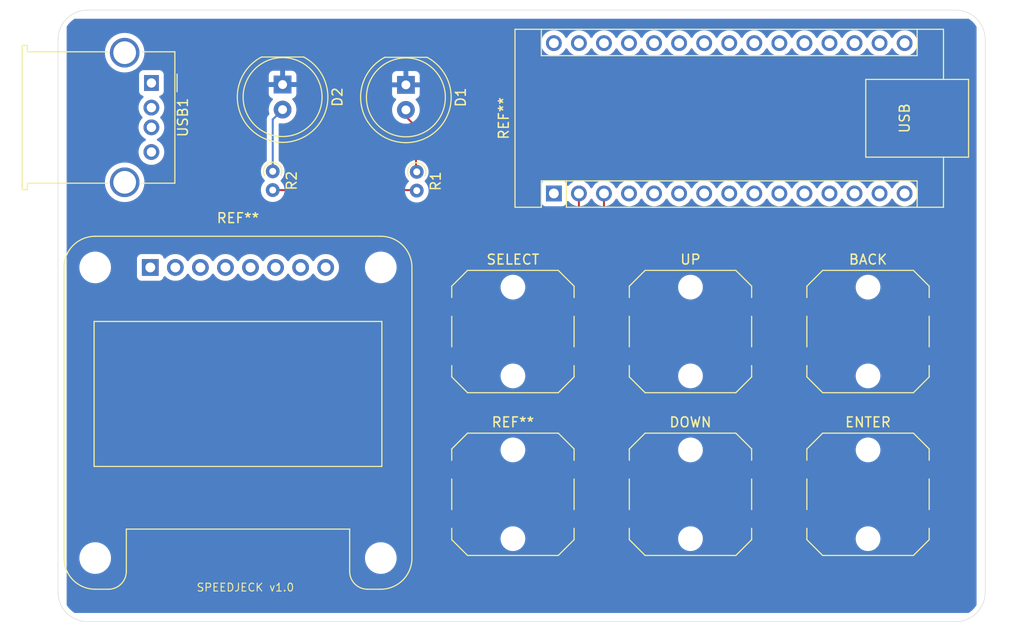
<source format=kicad_pcb>
(kicad_pcb (version 20241229) (generator "pcbnew") (generator_version "9.0")
  (title_block (title "CYBERNATOR's MODULE [Sensor]") (date "2025-09-16") (rev "1") (company "SOCIO-CYBEREENG") (comment 1 "CYBERNATOR") (comment 2 "S5-v1") (comment 3 "Made by CERCEL") (comment 4 "Sensor of Voice"))
  (layers (0 "F.Cu" signal) (2 "B.Cu" signal) (13 "F.Paste" user) (15 "B.Paste" user) (5 "F.SilkS" user "F.Silkscreen") (7 "B.SilkS" user "B.Silkscreen") (1 "F.Mask" user) (3 "B.Mask" user) (25 "Edge.Cuts" user))
  (net 0 "")
  (net 1 "GND")
  (net 2 "Net-(D1-A)")
  (net 3 "+5V")
  (net 4 "Net-(D2-A)")
  (footprint "Connector_USB:USB_A_Molex_67643_Horizontal" (layer "F.Cu") (at 114.47 45.39 -90)
    (property "Reference" "USB1" (at 3.5 -3.19 90) (layer "F.SilkS"))
    (property "Value" "USB_A_Molex_67643_Horizontal")
    (fp_line (start -3.81 13.1) (end 10.81 13.1) (stroke (width 0.12)) (layer "F.SilkS"))
    (fp_line (start 10.81 13.1) (end 10.81 12.58) (stroke (width 0.12)) (layer "F.SilkS"))
    (fp_line (start -3.81 12.58) (end -3.81 13.1) (stroke (width 0.12)) (layer "F.SilkS"))
    (fp_line (start -3.16 12.58) (end -3.81 12.58) (stroke (width 0.12)) (layer "F.SilkS"))
    (fp_line (start -3.16 12.58) (end -3.16 4.47) (stroke (width 0.12)) (layer "F.SilkS"))
    (fp_line (start 10.81 12.58) (end 10.16 12.58) (stroke (width 0.12)) (layer "F.SilkS"))
    (fp_line (start 10.16 4.47) (end 10.16 12.58) (stroke (width 0.12)) (layer "F.SilkS"))
    (fp_line (start -3.16 -2.38) (end -3.16 0.95) (stroke (width 0.12)) (layer "F.SilkS"))
    (fp_line (start -3.16 -2.38) (end 10.16 -2.38) (stroke (width 0.12)) (layer "F.SilkS"))
    (fp_line (start 10.16 -2.38) (end 10.16 0.95) (stroke (width 0.12)) (layer "F.SilkS"))
    (fp_line (start -0.9 -2.6) (end 0.9 -2.6) (stroke (width 0.12)) (layer "F.SilkS"))
    (pad "1" thru_hole rect (at 0 0 270) (size 1.6 1.5) (drill 0.95) (layers "*.Cu" "*.Mask"))
    (pad "2" thru_hole circle (at 2.5 0 270) (size 1.6 1.6) (drill 0.95) (layers "*.Cu" "*.Mask"))
    (pad "3" thru_hole circle (at 4.5 0 270) (size 1.6 1.6) (drill 0.95) (layers "*.Cu" "*.Mask"))
    (pad "4" thru_hole circle (at 7 0 270) (size 1.6 1.6) (drill 0.95) (layers "*.Cu" "*.Mask"))
    (pad "5" thru_hole circle (at -3.07 2.71 270) (size 3 3) (drill 2.3) (layers "*.Cu" "*.Mask"))
    (pad "5" thru_hole circle (at 10.07 2.71 270) (size 3 3) (drill 2.3) (layers "*.Cu" "*.Mask"))
  )
  (footprint "LED_THT:LED_D8.0mm" (layer "F.Cu") (at 140.27 45.58 -90)
    (property "Reference" "D1" (at 1.27 -5.56 90) (layer "F.SilkS"))
    (property "Value" "LED")
    (fp_line (start -2.79 -2.141) (end -2.79 2.141) (stroke (width 0.12)) (layer "F.SilkS"))
    (fp_arc (start 5.86 0) (mid 2.372883 4.45553) (end -2.79 2.141145) (stroke (width 0.12)) (layer "F.SilkS"))
    (fp_arc (start -2.79 -2.141145) (mid 2.372883 -4.45553) (end 5.86 0) (stroke (width 0.12)) (layer "F.SilkS"))
    (fp_circle (center 1.27 0) (end 5.27 0) (stroke (width 0.12)) (fill no) (layer "F.SilkS"))
    (pad "1" thru_hole rect (at 0 0 270) (size 1.8 1.8) (drill 0.9) (layers "*.Cu" "*.Mask") (net 1 "GND"))
    (pad "2" thru_hole circle (at 2.54 0 270) (size 1.8 1.8) (drill 0.9) (layers "*.Cu" "*.Mask") (net 2 "Net-(D1-A)"))
  )
  (footprint "Button_Switch_SMD:SW_Push_1P1T_NO_CK_PTS125Sx43PSMTR" (layer "F.Cu") (at 187.12 70.59)
    (property "Reference" "BACK" (at 0 -7.3 0) (layer "F.SilkS"))
    (property "Value" "SW_Push_1P1T_NO_CK_PTS125Sx43PSMTR")
    (fp_line (start -6.2 -4.6) (end -4.6 -6.2) (stroke (width 0.12)) (layer "F.SilkS"))
    (fp_line (start -6.2 -3.45) (end -6.2 -4.6) (stroke (width 0.12)) (layer "F.SilkS"))
    (fp_line (start -6.2 -1.55) (end -6.2 1.55) (stroke (width 0.12)) (layer "F.SilkS"))
    (fp_line (start -6.2 3.45) (end -6.2 4.6) (stroke (width 0.12)) (layer "F.SilkS"))
    (fp_line (start -6.2 4.6) (end -4.6 6.2) (stroke (width 0.12)) (layer "F.SilkS"))
    (fp_line (start -4.6 -6.2) (end 4.6 -6.2) (stroke (width 0.12)) (layer "F.SilkS"))
    (fp_line (start -4.6 6.2) (end 4.6 6.2) (stroke (width 0.12)) (layer "F.SilkS"))
    (fp_line (start 4.6 -6.2) (end 6.2 -4.6) (stroke (width 0.12)) (layer "F.SilkS"))
    (fp_line (start 4.6 6.2) (end 6.2 4.6) (stroke (width 0.12)) (layer "F.SilkS"))
    (fp_line (start 6.2 -3.45) (end 6.2 -4.6) (stroke (width 0.12)) (layer "F.SilkS"))
    (fp_line (start 6.2 -1.55) (end 6.2 1.55) (stroke (width 0.12)) (layer "F.SilkS"))
    (fp_line (start 6.2 3.45) (end 6.2 4.6) (stroke (width 0.12)) (layer "F.SilkS"))
    (pad "" np_thru_hole circle (at 0 -4.5) (size 2 2) (drill 2) (layers "*.Cu" "*.Mask"))
    (pad "" np_thru_hole circle (at 0 4.5) (size 2 2) (drill 2) (layers "*.Cu" "*.Mask"))
    (pad "1" smd roundrect (at -7.15 -2.5) (size 2 1.5) (layers "F.Cu" "F.Mask" "F.Paste") (roundrect_rratio 0.1666666667))
    (pad "1" smd roundrect (at 7.15 -2.5) (size 2 1.5) (layers "F.Cu" "F.Mask" "F.Paste") (roundrect_rratio 0.1666666667))
    (pad "2" smd roundrect (at -7.15 2.5) (size 2 1.5) (layers "F.Cu" "F.Mask" "F.Paste") (roundrect_rratio 0.1666666667))
    (pad "2" smd roundrect (at 7.15 2.5) (size 2 1.5) (layers "F.Cu" "F.Mask" "F.Paste") (roundrect_rratio 0.1666666667))
  )
  (footprint "Button_Switch_SMD:SW_Push_1P1T_NO_CK_PTS125Sx43PSMTR" (layer "F.Cu") (at 169.12 87.09)
    (property "Reference" "DOWN" (at 0 -7.3 0) (layer "F.SilkS"))
    (property "Value" "SW_Push_1P1T_NO_CK_PTS125Sx43PSMTR")
    (fp_line (start -6.2 -4.6) (end -4.6 -6.2) (stroke (width 0.12)) (layer "F.SilkS"))
    (fp_line (start -6.2 -3.45) (end -6.2 -4.6) (stroke (width 0.12)) (layer "F.SilkS"))
    (fp_line (start -6.2 -1.55) (end -6.2 1.55) (stroke (width 0.12)) (layer "F.SilkS"))
    (fp_line (start -6.2 3.45) (end -6.2 4.6) (stroke (width 0.12)) (layer "F.SilkS"))
    (fp_line (start -6.2 4.6) (end -4.6 6.2) (stroke (width 0.12)) (layer "F.SilkS"))
    (fp_line (start -4.6 -6.2) (end 4.6 -6.2) (stroke (width 0.12)) (layer "F.SilkS"))
    (fp_line (start -4.6 6.2) (end 4.6 6.2) (stroke (width 0.12)) (layer "F.SilkS"))
    (fp_line (start 4.6 -6.2) (end 6.2 -4.6) (stroke (width 0.12)) (layer "F.SilkS"))
    (fp_line (start 4.6 6.2) (end 6.2 4.6) (stroke (width 0.12)) (layer "F.SilkS"))
    (fp_line (start 6.2 -3.45) (end 6.2 -4.6) (stroke (width 0.12)) (layer "F.SilkS"))
    (fp_line (start 6.2 -1.55) (end 6.2 1.55) (stroke (width 0.12)) (layer "F.SilkS"))
    (fp_line (start 6.2 3.45) (end 6.2 4.6) (stroke (width 0.12)) (layer "F.SilkS"))
    (pad "" np_thru_hole circle (at 0 -4.5) (size 2 2) (drill 2) (layers "*.Cu" "*.Mask"))
    (pad "" np_thru_hole circle (at 0 4.5) (size 2 2) (drill 2) (layers "*.Cu" "*.Mask"))
    (pad "1" smd roundrect (at -7.15 -2.5) (size 2 1.5) (layers "F.Cu" "F.Mask" "F.Paste") (roundrect_rratio 0.1666666667))
    (pad "1" smd roundrect (at 7.15 -2.5) (size 2 1.5) (layers "F.Cu" "F.Mask" "F.Paste") (roundrect_rratio 0.1666666667))
    (pad "2" smd roundrect (at -7.15 2.5) (size 2 1.5) (layers "F.Cu" "F.Mask" "F.Paste") (roundrect_rratio 0.1666666667))
    (pad "2" smd roundrect (at 7.15 2.5) (size 2 1.5) (layers "F.Cu" "F.Mask" "F.Paste") (roundrect_rratio 0.1666666667))
  )
  (footprint "Button_Switch_SMD:SW_Push_1P1T_NO_CK_PTS125Sx43PSMTR" (layer "F.Cu") (at 151.12 87.09)
    (property "Reference" "REF**" (at 0 -7.3 0) (layer "F.SilkS"))
    (property "Value" "SW_Push_1P1T_NO_CK_PTS125Sx43PSMTR")
    (fp_line (start -6.2 -4.6) (end -4.6 -6.2) (stroke (width 0.12)) (layer "F.SilkS"))
    (fp_line (start -6.2 -3.45) (end -6.2 -4.6) (stroke (width 0.12)) (layer "F.SilkS"))
    (fp_line (start -6.2 -1.55) (end -6.2 1.55) (stroke (width 0.12)) (layer "F.SilkS"))
    (fp_line (start -6.2 3.45) (end -6.2 4.6) (stroke (width 0.12)) (layer "F.SilkS"))
    (fp_line (start -6.2 4.6) (end -4.6 6.2) (stroke (width 0.12)) (layer "F.SilkS"))
    (fp_line (start -4.6 -6.2) (end 4.6 -6.2) (stroke (width 0.12)) (layer "F.SilkS"))
    (fp_line (start -4.6 6.2) (end 4.6 6.2) (stroke (width 0.12)) (layer "F.SilkS"))
    (fp_line (start 4.6 -6.2) (end 6.2 -4.6) (stroke (width 0.12)) (layer "F.SilkS"))
    (fp_line (start 4.6 6.2) (end 6.2 4.6) (stroke (width 0.12)) (layer "F.SilkS"))
    (fp_line (start 6.2 -3.45) (end 6.2 -4.6) (stroke (width 0.12)) (layer "F.SilkS"))
    (fp_line (start 6.2 -1.55) (end 6.2 1.55) (stroke (width 0.12)) (layer "F.SilkS"))
    (fp_line (start 6.2 3.45) (end 6.2 4.6) (stroke (width 0.12)) (layer "F.SilkS"))
    (pad "" np_thru_hole circle (at 0 -4.5) (size 2 2) (drill 2) (layers "*.Cu" "*.Mask"))
    (pad "" np_thru_hole circle (at 0 4.5) (size 2 2) (drill 2) (layers "*.Cu" "*.Mask"))
    (pad "1" smd roundrect (at -7.15 -2.5) (size 2 1.5) (layers "F.Cu" "F.Mask" "F.Paste") (roundrect_rratio 0.1666666667))
    (pad "1" smd roundrect (at 7.15 -2.5) (size 2 1.5) (layers "F.Cu" "F.Mask" "F.Paste") (roundrect_rratio 0.1666666667))
    (pad "2" smd roundrect (at -7.15 2.5) (size 2 1.5) (layers "F.Cu" "F.Mask" "F.Paste") (roundrect_rratio 0.1666666667))
    (pad "2" smd roundrect (at 7.15 2.5) (size 2 1.5) (layers "F.Cu" "F.Mask" "F.Paste") (roundrect_rratio 0.1666666667))
  )
  (footprint "LED_THT:LED_D8.0mm" (layer "F.Cu") (at 127.77 45.55 -90)
    (property "Reference" "D2" (at 1.27 -5.56 90) (layer "F.SilkS"))
    (property "Value" "LED")
    (fp_line (start -2.79 -2.141) (end -2.79 2.141) (stroke (width 0.12)) (layer "F.SilkS"))
    (fp_arc (start 5.86 0) (mid 2.372883 4.45553) (end -2.79 2.141145) (stroke (width 0.12)) (layer "F.SilkS"))
    (fp_arc (start -2.79 -2.141145) (mid 2.372883 -4.45553) (end 5.86 0) (stroke (width 0.12)) (layer "F.SilkS"))
    (fp_circle (center 1.27 0) (end 5.27 0) (stroke (width 0.12)) (fill no) (layer "F.SilkS"))
    (pad "1" thru_hole rect (at 0 0 270) (size 1.8 1.8) (drill 0.9) (layers "*.Cu" "*.Mask") (net 1 "GND"))
    (pad "2" thru_hole circle (at 2.54 0 270) (size 1.8 1.8) (drill 0.9) (layers "*.Cu" "*.Mask") (net 4 "Net-(D2-A)"))
  )
  (footprint "Resistor_THT:R_Axial_DIN0204_L3.6mm_D1.6mm_P1.90mm_Vertical" (layer "F.Cu") (at 126.77 54.35 -90)
    (property "Reference" "R2" (at 0.95 -1.92 90) (layer "F.SilkS"))
    (property "Value" "2K5")
    (fp_arc (start 0.417133 0.82) (mid -0.92 0) (end 0.417133 -0.82) (stroke (width 0.12)) (layer "F.SilkS"))
    (pad "1" thru_hole circle (at 0 0 270) (size 1.4 1.4) (drill 0.7) (layers "*.Cu" "*.Mask") (net 4 "Net-(D2-A)"))
    (pad "2" thru_hole circle (at 1.9 0 270) (size 1.4 1.4) (drill 0.7) (layers "*.Cu" "*.Mask") (net 3 "+5V"))
  )
  (footprint "Module:Arduino_Nano" (layer "F.Cu") (at 155.27 56.59 90)
    (property "Reference" "REF**" (at 7.62 -5.08 90) (layer "F.SilkS"))
    (property "Value" "Arduino_Nano")
    (fp_line (start 16.64 -3.94) (end -1.4 -3.94) (stroke (width 0.12)) (layer "F.SilkS"))
    (fp_line (start -1.4 -3.94) (end -1.4 -1.27) (stroke (width 0.12)) (layer "F.SilkS"))
    (fp_line (start 13.97 -1.27) (end 16.64 -1.27) (stroke (width 0.12)) (layer "F.SilkS"))
    (fp_line (start 13.97 -1.27) (end 13.97 36.83) (stroke (width 0.12)) (layer "F.SilkS"))
    (fp_line (start 1.27 -1.27) (end -1.4 -1.27) (stroke (width 0.12)) (layer "F.SilkS"))
    (fp_line (start 1.27 1.27) (end 1.27 -1.27) (stroke (width 0.12)) (layer "F.SilkS"))
    (fp_line (start 1.27 1.27) (end -1.4 1.27) (stroke (width 0.12)) (layer "F.SilkS"))
    (fp_line (start 1.27 1.27) (end 1.27 36.83) (stroke (width 0.12)) (layer "F.SilkS"))
    (fp_line (start -1.4 1.27) (end -1.4 39.5) (stroke (width 0.12)) (layer "F.SilkS"))
    (fp_line (start 11.56 31.62) (end 11.56 42.04) (stroke (width 0.12)) (layer "F.SilkS"))
    (fp_line (start 3.68 31.62) (end 11.56 31.62) (stroke (width 0.12)) (layer "F.SilkS"))
    (fp_line (start 13.97 36.83) (end 16.64 36.83) (stroke (width 0.12)) (layer "F.SilkS"))
    (fp_line (start 1.27 36.83) (end -1.4 36.83) (stroke (width 0.12)) (layer "F.SilkS"))
    (fp_line (start 16.64 39.5) (end 16.64 -3.94) (stroke (width 0.12)) (layer "F.SilkS"))
    (fp_line (start 16.64 39.5) (end 11.56 39.5) (stroke (width 0.12)) (layer "F.SilkS"))
    (fp_line (start -1.4 39.5) (end 3.68 39.5) (stroke (width 0.12)) (layer "F.SilkS"))
    (fp_line (start 11.56 42.04) (end 3.68 42.04) (stroke (width 0.12)) (layer "F.SilkS"))
    (fp_line (start 3.68 42.04) (end 3.68 31.62) (stroke (width 0.12)) (layer "F.SilkS"))
    (fp_text user "USB" (at 7.62 35.56 90) (layer "F.SilkS"))
    (pad "1" thru_hole rect (at 0 0 90) (size 1.6 1.6) (drill 1) (layers "*.Cu" "*.Mask"))
    (pad "2" thru_hole oval (at 0 2.54 90) (size 1.6 1.6) (drill 1) (layers "*.Cu" "*.Mask"))
    (pad "3" thru_hole oval (at 0 5.08 90) (size 1.6 1.6) (drill 1) (layers "*.Cu" "*.Mask"))
    (pad "4" thru_hole oval (at 0 7.62 90) (size 1.6 1.6) (drill 1) (layers "*.Cu" "*.Mask"))
    (pad "5" thru_hole oval (at 0 10.16 90) (size 1.6 1.6) (drill 1) (layers "*.Cu" "*.Mask"))
    (pad "6" thru_hole oval (at 0 12.7 90) (size 1.6 1.6) (drill 1) (layers "*.Cu" "*.Mask"))
    (pad "7" thru_hole oval (at 0 15.24 90) (size 1.6 1.6) (drill 1) (layers "*.Cu" "*.Mask"))
    (pad "8" thru_hole oval (at 0 17.78 90) (size 1.6 1.6) (drill 1) (layers "*.Cu" "*.Mask"))
    (pad "9" thru_hole oval (at 0 20.32 90) (size 1.6 1.6) (drill 1) (layers "*.Cu" "*.Mask"))
    (pad "10" thru_hole oval (at 0 22.86 90) (size 1.6 1.6) (drill 1) (layers "*.Cu" "*.Mask"))
    (pad "11" thru_hole oval (at 0 25.4 90) (size 1.6 1.6) (drill 1) (layers "*.Cu" "*.Mask"))
    (pad "12" thru_hole oval (at 0 27.94 90) (size 1.6 1.6) (drill 1) (layers "*.Cu" "*.Mask"))
    (pad "13" thru_hole oval (at 0 30.48 90) (size 1.6 1.6) (drill 1) (layers "*.Cu" "*.Mask"))
    (pad "14" thru_hole oval (at 0 33.02 90) (size 1.6 1.6) (drill 1) (layers "*.Cu" "*.Mask"))
    (pad "15" thru_hole oval (at 0 35.56 90) (size 1.6 1.6) (drill 1) (layers "*.Cu" "*.Mask"))
    (pad "16" thru_hole oval (at 15.24 35.56 90) (size 1.6 1.6) (drill 1) (layers "*.Cu" "*.Mask"))
    (pad "17" thru_hole oval (at 15.24 33.02 90) (size 1.6 1.6) (drill 1) (layers "*.Cu" "*.Mask"))
    (pad "18" thru_hole oval (at 15.24 30.48 90) (size 1.6 1.6) (drill 1) (layers "*.Cu" "*.Mask"))
    (pad "19" thru_hole oval (at 15.24 27.94 90) (size 1.6 1.6) (drill 1) (layers "*.Cu" "*.Mask"))
    (pad "20" thru_hole oval (at 15.24 25.4 90) (size 1.6 1.6) (drill 1) (layers "*.Cu" "*.Mask"))
    (pad "21" thru_hole oval (at 15.24 22.86 90) (size 1.6 1.6) (drill 1) (layers "*.Cu" "*.Mask"))
    (pad "22" thru_hole oval (at 15.24 20.32 90) (size 1.6 1.6) (drill 1) (layers "*.Cu" "*.Mask"))
    (pad "23" thru_hole oval (at 15.24 17.78 90) (size 1.6 1.6) (drill 1) (layers "*.Cu" "*.Mask"))
    (pad "24" thru_hole oval (at 15.24 15.24 90) (size 1.6 1.6) (drill 1) (layers "*.Cu" "*.Mask"))
    (pad "25" thru_hole oval (at 15.24 12.7 90) (size 1.6 1.6) (drill 1) (layers "*.Cu" "*.Mask"))
    (pad "26" thru_hole oval (at 15.24 10.16 90) (size 1.6 1.6) (drill 1) (layers "*.Cu" "*.Mask"))
    (pad "27" thru_hole oval (at 15.24 7.62 90) (size 1.6 1.6) (drill 1) (layers "*.Cu" "*.Mask"))
    (pad "28" thru_hole oval (at 15.24 5.08 90) (size 1.6 1.6) (drill 1) (layers "*.Cu" "*.Mask"))
    (pad "29" thru_hole oval (at 15.24 2.54 90) (size 1.6 1.6) (drill 1) (layers "*.Cu" "*.Mask"))
    (pad "30" thru_hole oval (at 15.24 0 90) (size 1.6 1.6) (drill 1) (layers "*.Cu" "*.Mask"))
  )
  (footprint "Button_Switch_SMD:SW_Push_1P1T_NO_CK_PTS125Sx43PSMTR" (layer "F.Cu") (at 187.12 87.09)
    (property "Reference" "ENTER" (at 0 -7.3 0) (layer "F.SilkS"))
    (property "Value" "SW_Push_1P1T_NO_CK_PTS125Sx43PSMTR")
    (fp_line (start -6.2 -4.6) (end -4.6 -6.2) (stroke (width 0.12)) (layer "F.SilkS"))
    (fp_line (start -6.2 -3.45) (end -6.2 -4.6) (stroke (width 0.12)) (layer "F.SilkS"))
    (fp_line (start -6.2 -1.55) (end -6.2 1.55) (stroke (width 0.12)) (layer "F.SilkS"))
    (fp_line (start -6.2 3.45) (end -6.2 4.6) (stroke (width 0.12)) (layer "F.SilkS"))
    (fp_line (start -6.2 4.6) (end -4.6 6.2) (stroke (width 0.12)) (layer "F.SilkS"))
    (fp_line (start -4.6 -6.2) (end 4.6 -6.2) (stroke (width 0.12)) (layer "F.SilkS"))
    (fp_line (start -4.6 6.2) (end 4.6 6.2) (stroke (width 0.12)) (layer "F.SilkS"))
    (fp_line (start 4.6 -6.2) (end 6.2 -4.6) (stroke (width 0.12)) (layer "F.SilkS"))
    (fp_line (start 4.6 6.2) (end 6.2 4.6) (stroke (width 0.12)) (layer "F.SilkS"))
    (fp_line (start 6.2 -3.45) (end 6.2 -4.6) (stroke (width 0.12)) (layer "F.SilkS"))
    (fp_line (start 6.2 -1.55) (end 6.2 1.55) (stroke (width 0.12)) (layer "F.SilkS"))
    (fp_line (start 6.2 3.45) (end 6.2 4.6) (stroke (width 0.12)) (layer "F.SilkS"))
    (pad "" np_thru_hole circle (at 0 -4.5) (size 2 2) (drill 2) (layers "*.Cu" "*.Mask"))
    (pad "" np_thru_hole circle (at 0 4.5) (size 2 2) (drill 2) (layers "*.Cu" "*.Mask"))
    (pad "1" smd roundrect (at -7.15 -2.5) (size 2 1.5) (layers "F.Cu" "F.Mask" "F.Paste") (roundrect_rratio 0.1666666667))
    (pad "1" smd roundrect (at 7.15 -2.5) (size 2 1.5) (layers "F.Cu" "F.Mask" "F.Paste") (roundrect_rratio 0.1666666667))
    (pad "2" smd roundrect (at -7.15 2.5) (size 2 1.5) (layers "F.Cu" "F.Mask" "F.Paste") (roundrect_rratio 0.1666666667))
    (pad "2" smd roundrect (at 7.15 2.5) (size 2 1.5) (layers "F.Cu" "F.Mask" "F.Paste") (roundrect_rratio 0.1666666667))
  )
  (footprint "Button_Switch_SMD:SW_Push_1P1T_NO_CK_PTS125Sx43PSMTR" (layer "F.Cu") (at 169.12 70.59)
    (property "Reference" "UP" (at 0 -7.3 0) (layer "F.SilkS"))
    (property "Value" "SW_Push_1P1T_NO_CK_PTS125Sx43PSMTR")
    (fp_line (start -6.2 -4.6) (end -4.6 -6.2) (stroke (width 0.12)) (layer "F.SilkS"))
    (fp_line (start -6.2 -3.45) (end -6.2 -4.6) (stroke (width 0.12)) (layer "F.SilkS"))
    (fp_line (start -6.2 -1.55) (end -6.2 1.55) (stroke (width 0.12)) (layer "F.SilkS"))
    (fp_line (start -6.2 3.45) (end -6.2 4.6) (stroke (width 0.12)) (layer "F.SilkS"))
    (fp_line (start -6.2 4.6) (end -4.6 6.2) (stroke (width 0.12)) (layer "F.SilkS"))
    (fp_line (start -4.6 -6.2) (end 4.6 -6.2) (stroke (width 0.12)) (layer "F.SilkS"))
    (fp_line (start -4.6 6.2) (end 4.6 6.2) (stroke (width 0.12)) (layer "F.SilkS"))
    (fp_line (start 4.6 -6.2) (end 6.2 -4.6) (stroke (width 0.12)) (layer "F.SilkS"))
    (fp_line (start 4.6 6.2) (end 6.2 4.6) (stroke (width 0.12)) (layer "F.SilkS"))
    (fp_line (start 6.2 -3.45) (end 6.2 -4.6) (stroke (width 0.12)) (layer "F.SilkS"))
    (fp_line (start 6.2 -1.55) (end 6.2 1.55) (stroke (width 0.12)) (layer "F.SilkS"))
    (fp_line (start 6.2 3.45) (end 6.2 4.6) (stroke (width 0.12)) (layer "F.SilkS"))
    (pad "" np_thru_hole circle (at 0 -4.5) (size 2 2) (drill 2) (layers "*.Cu" "*.Mask"))
    (pad "" np_thru_hole circle (at 0 4.5) (size 2 2) (drill 2) (layers "*.Cu" "*.Mask"))
    (pad "1" smd roundrect (at -7.15 -2.5) (size 2 1.5) (layers "F.Cu" "F.Mask" "F.Paste") (roundrect_rratio 0.1666666667))
    (pad "1" smd roundrect (at 7.15 -2.5) (size 2 1.5) (layers "F.Cu" "F.Mask" "F.Paste") (roundrect_rratio 0.1666666667))
    (pad "2" smd roundrect (at -7.15 2.5) (size 2 1.5) (layers "F.Cu" "F.Mask" "F.Paste") (roundrect_rratio 0.1666666667))
    (pad "2" smd roundrect (at 7.15 2.5) (size 2 1.5) (layers "F.Cu" "F.Mask" "F.Paste") (roundrect_rratio 0.1666666667))
  )
  (footprint "Button_Switch_SMD:SW_Push_1P1T_NO_CK_PTS125Sx43PSMTR" (layer "F.Cu") (at 151.12 70.59)
    (property "Reference" "SELECT" (at 0 -7.3 0) (layer "F.SilkS"))
    (property "Value" "SW_Push_1P1T_NO_CK_PTS125Sx43PSMTR")
    (fp_line (start -6.2 -4.6) (end -4.6 -6.2) (stroke (width 0.12)) (layer "F.SilkS"))
    (fp_line (start -6.2 -3.45) (end -6.2 -4.6) (stroke (width 0.12)) (layer "F.SilkS"))
    (fp_line (start -6.2 -1.55) (end -6.2 1.55) (stroke (width 0.12)) (layer "F.SilkS"))
    (fp_line (start -6.2 3.45) (end -6.2 4.6) (stroke (width 0.12)) (layer "F.SilkS"))
    (fp_line (start -6.2 4.6) (end -4.6 6.2) (stroke (width 0.12)) (layer "F.SilkS"))
    (fp_line (start -4.6 -6.2) (end 4.6 -6.2) (stroke (width 0.12)) (layer "F.SilkS"))
    (fp_line (start -4.6 6.2) (end 4.6 6.2) (stroke (width 0.12)) (layer "F.SilkS"))
    (fp_line (start 4.6 -6.2) (end 6.2 -4.6) (stroke (width 0.12)) (layer "F.SilkS"))
    (fp_line (start 4.6 6.2) (end 6.2 4.6) (stroke (width 0.12)) (layer "F.SilkS"))
    (fp_line (start 6.2 -3.45) (end 6.2 -4.6) (stroke (width 0.12)) (layer "F.SilkS"))
    (fp_line (start 6.2 -1.55) (end 6.2 1.55) (stroke (width 0.12)) (layer "F.SilkS"))
    (fp_line (start 6.2 3.45) (end 6.2 4.6) (stroke (width 0.12)) (layer "F.SilkS"))
    (pad "" np_thru_hole circle (at 0 -4.5) (size 2 2) (drill 2) (layers "*.Cu" "*.Mask"))
    (pad "" np_thru_hole circle (at 0 4.5) (size 2 2) (drill 2) (layers "*.Cu" "*.Mask"))
    (pad "1" smd roundrect (at -7.15 -2.5) (size 2 1.5) (layers "F.Cu" "F.Mask" "F.Paste") (roundrect_rratio 0.1666666667))
    (pad "1" smd roundrect (at 7.15 -2.5) (size 2 1.5) (layers "F.Cu" "F.Mask" "F.Paste") (roundrect_rratio 0.1666666667))
    (pad "2" smd roundrect (at -7.15 2.5) (size 2 1.5) (layers "F.Cu" "F.Mask" "F.Paste") (roundrect_rratio 0.1666666667))
    (pad "2" smd roundrect (at 7.15 2.5) (size 2 1.5) (layers "F.Cu" "F.Mask" "F.Paste") (roundrect_rratio 0.1666666667))
  )
  (footprint "Display:Adafruit_SSD1306" (layer "F.Cu") (at 114.358 64.09)
    (property "Reference" "REF**" (at 8.89 -5 0) (layer "F.SilkS"))
    (property "Value" "Adafruit_SSD1306")
    (fp_line (start -8.746 0) (end -8.746 29.464) (stroke (width 0.12)) (layer "F.SilkS"))
    (fp_line (start -5.698 5.478) (end -5.698 20.176) (stroke (width 0.12)) (layer "F.SilkS"))
    (fp_line (start -5.698 5.478) (end 23.478 5.478) (stroke (width 0.12)) (layer "F.SilkS"))
    (fp_line (start -5.698 20.176) (end 23.478 20.176) (stroke (width 0.12)) (layer "F.SilkS"))
    (fp_line (start -4.238 32.622) (end -5.59 32.622) (stroke (width 0.12)) (layer "F.SilkS"))
    (fp_line (start -2.43 26.526) (end -2.43 30.814) (stroke (width 0.12)) (layer "F.SilkS"))
    (fp_line (start -2.43 26.526) (end 20.21 26.526) (stroke (width 0.12)) (layer "F.SilkS"))
    (fp_line (start 20.21 26.526) (end 20.21 30.814) (stroke (width 0.12)) (layer "F.SilkS"))
    (fp_line (start 22.018 32.622) (end 23.37 32.622) (stroke (width 0.12)) (layer "F.SilkS"))
    (fp_line (start 23.368 -3.158) (end -5.588 -3.158) (stroke (width 0.12)) (layer "F.SilkS"))
    (fp_line (start 23.478 5.478) (end 23.478 20.176) (stroke (width 0.12)) (layer "F.SilkS"))
    (fp_line (start 26.526 0) (end 26.526 29.464) (stroke (width 0.12)) (layer "F.SilkS"))
    (fp_arc (start -8.746 0) (mid -7.821043 -2.233043) (end -5.588 -3.158) (stroke (width 0.12)) (layer "F.SilkS"))
    (fp_arc (start -5.588 32.622) (mid -7.821043 31.697043) (end -8.746 29.464) (stroke (width 0.12)) (layer "F.SilkS"))
    (fp_arc (start -2.43 30.812) (mid -2.958137 32.091035) (end -4.236 32.622) (stroke (width 0.12)) (layer "F.SilkS"))
    (fp_arc (start 22.016 32.622) (mid 20.738137 32.091035) (end 20.21 30.812) (stroke (width 0.12)) (layer "F.SilkS"))
    (fp_arc (start 23.368 -3.158) (mid 25.601043 -2.233043) (end 26.526 0) (stroke (width 0.12)) (layer "F.SilkS"))
    (fp_arc (start 26.526 29.464) (mid 25.601043 31.697043) (end 23.368 32.622) (stroke (width 0.12)) (layer "F.SilkS"))
    (pad "" np_thru_hole circle (at -5.588 0) (size 2.7 2.7) (drill 2.7) (layers "*.Cu" "*.Mask"))
    (pad "" np_thru_hole circle (at -5.588 29.464) (size 2.7 2.7) (drill 2.7) (layers "*.Cu" "*.Mask"))
    (pad "" np_thru_hole circle (at 23.368 0) (size 2.7 2.7) (drill 2.7) (layers "*.Cu" "*.Mask"))
    (pad "" np_thru_hole circle (at 23.368 29.464) (size 2.7 2.7) (drill 2.7) (layers "*.Cu" "*.Mask"))
    (pad "1" thru_hole rect (at 0 0) (size 1.7 1.7) (drill 1) (layers "*.Cu" "*.Mask"))
    (pad "2" thru_hole circle (at 2.54 0) (size 1.7 1.7) (drill 1) (layers "*.Cu" "*.Mask"))
    (pad "3" thru_hole circle (at 5.08 0) (size 1.7 1.7) (drill 1) (layers "*.Cu" "*.Mask"))
    (pad "4" thru_hole circle (at 7.62 0) (size 1.7 1.7) (drill 1) (layers "*.Cu" "*.Mask"))
    (pad "5" thru_hole circle (at 10.16 0) (size 1.7 1.7) (drill 1) (layers "*.Cu" "*.Mask"))
    (pad "6" thru_hole circle (at 12.7 0) (size 1.7 1.7) (drill 1) (layers "*.Cu" "*.Mask"))
    (pad "7" thru_hole circle (at 15.24 0) (size 1.7 1.7) (drill 1) (layers "*.Cu" "*.Mask"))
    (pad "8" thru_hole circle (at 17.78 0) (size 1.7 1.7) (drill 1) (layers "*.Cu" "*.Mask"))
  )
  (footprint "Resistor_THT:R_Axial_DIN0204_L3.6mm_D1.6mm_P1.90mm_Vertical" (layer "F.Cu") (at 141.37 54.4 -90)
    (property "Reference" "R1" (at 0.95 -1.92 90) (layer "F.SilkS"))
    (property "Value" "2K5")
    (fp_arc (start 0.417133 0.82) (mid -0.92 0) (end 0.417133 -0.82) (stroke (width 0.12)) (layer "F.SilkS"))
    (pad "1" thru_hole circle (at 0 0 270) (size 1.4 1.4) (drill 0.7) (layers "*.Cu" "*.Mask") (net 2 "Net-(D1-A)"))
    (pad "2" thru_hole circle (at 1.9 0 270) (size 1.4 1.4) (drill 0.7) (layers "*.Cu" "*.Mask") (net 3 "+5V"))
  )
  (gr_line (start 105 41) (end 105 97) (stroke (width 0.05)) (layer "Edge.Cuts"))
  (gr_arc (start 199 97) (mid 198.12132 99.12132) (end 196 100) (stroke (width 0.05)) (layer "Edge.Cuts"))
  (gr_arc (start 196 38) (mid 198.12132 38.87868) (end 199 41) (stroke (width 0.05)) (layer "Edge.Cuts"))
  (gr_line (start 199 41) (end 199 97) (stroke (width 0.05)) (layer "Edge.Cuts"))
  (gr_arc (start 108 100) (mid 105.87868 99.12132) (end 105 97) (stroke (width 0.05)) (layer "Edge.Cuts"))
  (gr_arc (start 105 41) (mid 105.87868 38.87868) (end 108 38) (stroke (width 0.05)) (layer "Edge.Cuts"))
  (gr_line (start 108 38) (end 196 38) (stroke (width 0.05)) (layer "Edge.Cuts"))
  (gr_line (start 196 100) (end 108 100) (stroke (width 0.05)) (layer "Edge.Cuts"))
  (gr_text "SPEEDJECK v1.0" (at 119 97 0) (layer "F.SilkS") (effects (font (size 0.8 0.8) (thickness 0.1)) (justify left bottom)))
  (segment (start 143.97 63.03) (end 143.97 68.09) (width 0.2) (layer "F.Cu") (net 0))
  (segment (start 161.97 68.09) (end 161.97 62.97) (width 0.2) (layer "F.Cu") (net 0))
  (segment (start 145 62) (end 143.97 63.03) (width 0.2) (layer "F.Cu") (net 0))
  (segment (start 161.97 62.97) (end 160.35 61.35) (width 0.2) (layer "F.Cu") (net 0))
  (segment (start 160.35 61.35) (end 160.35 56.59) (width 0.2) (layer "F.Cu") (net 0))
  (segment (start 157.81 61.19) (end 157 62) (width 0.2) (layer "F.Cu") (net 0))
  (segment (start 157 62) (end 145 62) (width 0.2) (layer "F.Cu") (net 0))
  (segment (start 157.81 56.59) (end 157.81 61.19) (width 0.2) (layer "F.Cu") (net 0))
  (segment (start 140.24 45.55) (end 140.27 45.58) (width 0.2) (layer "F.Cu") (net 1))
  (segment (start 127.77 45.55) (end 140.24 45.55) (width 0.2) (layer "F.Cu") (net 1))
  (segment (start 141.295 49.825) (end 140.27 48.8) (width 0.2) (layer "F.Cu") (net 2))
  (segment (start 141.37 54.4) (end 141.295 54.325) (width 0.2) (layer "F.Cu") (net 2))
  (segment (start 141.295 54.325) (end 141.295 49.825) (width 0.2) (layer "F.Cu") (net 2))
  (segment (start 126.77 56.25) (end 141.32 56.25) (width 0.2) (layer "F.Cu") (net 3))
  (segment (start 141.32 56.25) (end 141.37 56.3) (width 0.2) (layer "F.Cu") (net 3))
  (segment (start 126.77 54.35) (end 126.77 49.09) (width 0.2) (layer "B.Cu") (net 4))
  (segment (start 126.77 49.09) (end 127.77 48.09) (width 0.2) (layer "B.Cu") (net 4))
  (zone (net 1) (net_name "GND") (layer "B.Cu") (connect_pads (clearance 0.5)) (min_thickness 0.25) (fill yes (thermal_gap 0.5) (thermal_bridge_width 0.5))
    (polygon (pts (xy 105.87868 38.87868) (xy 198.12132 38.87868) (xy 198.12132 99.12132) (xy 105.87868 99.12132)))
  )
)
</source>
